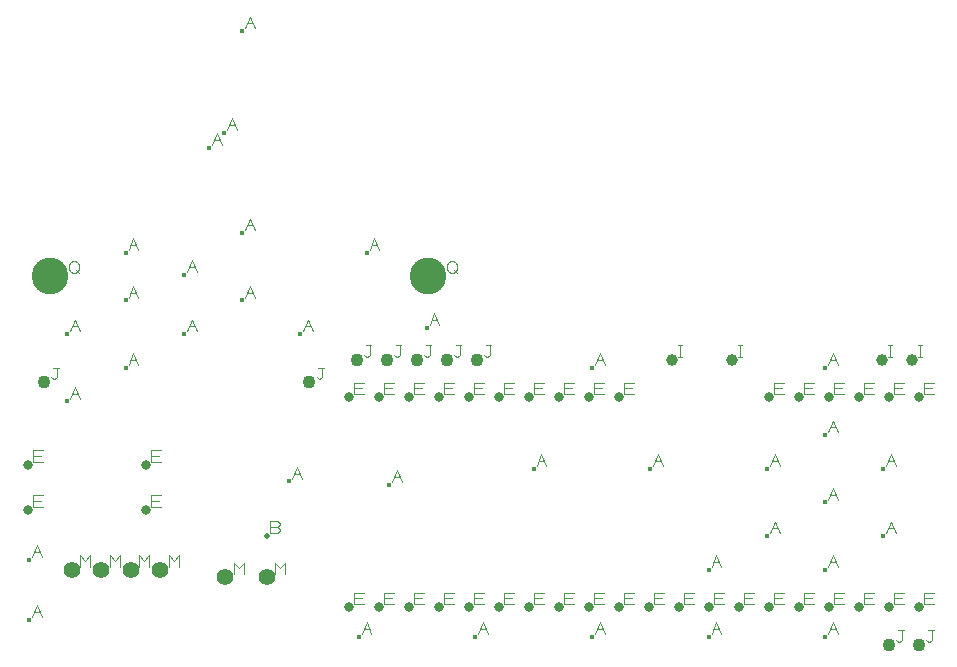
<source format=gbr>
G04 GENERATED BY PULSONIX 12.5 GERBER.DLL 9449*
G04 #@! TF.GenerationSoftware,Pulsonix,Pulsonix,12.5.9449*
G04 #@! TF.CreationDate,2024-10-09T20:32:21--1:00*
G04 #@! TF.Part,Single*
%FSLAX35Y35*%
%LPD*%
%MOMM*%
G04 #@! TF.FileFunction,Drillmap*
G04 #@! TF.FilePolarity,Positive*
G04 #@! TA.AperFunction,ViaPad*
%ADD111C,0.40000*%
G04 #@! TD.AperFunction*
%ADD112C,0.10000*%
G04 #@! TA.AperFunction,ViaPad*
%ADD113C,0.50000*%
G04 #@! TA.AperFunction,WasherPad*
%ADD114C,3.10000*%
G04 #@! TA.AperFunction,ComponentPad*
%ADD115C,1.40000*%
%ADD116C,1.00000*%
%ADD117C,0.80000*%
%ADD118C,1.10000*%
G04 #@! TD.AperFunction*
X0Y0D02*
D02*
D111*
X1148797Y2509545D03*
Y3017545D03*
X1471609Y4360295D03*
Y4930295D03*
X1965243Y4645295D03*
Y5215295D03*
Y5621045D03*
X2458877Y4930295D03*
Y5430545D03*
X2672797Y6510045D03*
X2799797Y6637045D03*
X2952511Y5215295D03*
Y5785295D03*
Y7495295D03*
X3349797Y3682670D03*
X3446145Y4930295D03*
X3939779Y2365295D03*
X4006297Y5621045D03*
X4196797Y3652545D03*
X4514297Y4986045D03*
X4927047Y2365295D03*
X5420681Y3790295D03*
X5914315Y2365295D03*
Y4645295D03*
X6407949Y3790295D03*
X6901583Y2365295D03*
Y2935295D03*
X7395217Y3220295D03*
Y3790295D03*
X7888851Y2365295D03*
Y2935295D03*
Y3505295D03*
Y4075295D03*
Y4645295D03*
X8382485Y3220295D03*
Y3790295D03*
D02*
D112*
X1173797Y2534251D02*
X1214973Y2633074D01*
X1256150Y2534251D01*
X1190268Y2575427D02*
X1239679Y2575427D01*
X1173797Y3042251D02*
X1214973Y3141074D01*
X1256150Y3042251D01*
X1190268Y3083427D02*
X1239679Y3083427D01*
X1180297Y3469251D02*
X1180297Y3568074D01*
X1262650D01*
X1246179Y3518663D02*
X1180297Y3518663D01*
Y3469251D02*
X1262650Y3469251D01*
X1180297Y3850251D02*
X1180297Y3949074D01*
X1262650D01*
X1246179Y3899663D02*
X1180297Y3899663D01*
Y3850251D02*
X1262650Y3850251D01*
X1332297Y4565221D02*
X1340532Y4556986D01*
X1357003Y4548751D01*
X1373473Y4556986D01*
X1381709Y4565221D01*
Y4647574D01*
X1398179D01*
X1381709D02*
X1348768Y4647574D01*
X1486797Y5480192D02*
X1486797Y5513133D01*
X1495032Y5529604D01*
X1503268Y5537839D01*
X1519738Y5546074D01*
X1536209D01*
X1552679Y5537839D01*
X1560915Y5529604D01*
X1569150Y5513133D01*
Y5480192D01*
X1560915Y5463721D01*
X1552679Y5455486D01*
X1536209Y5447251D01*
X1519738D01*
X1503268Y5455486D01*
X1495032Y5463721D01*
X1486797Y5480192D01*
X1544444Y5471957D02*
X1569150Y5447251D01*
X1496609Y4385001D02*
X1537785Y4483824D01*
X1578962Y4385001D01*
X1513080Y4426177D02*
X1562491Y4426177D01*
X1496609Y4955001D02*
X1537785Y5053824D01*
X1578962Y4955001D01*
X1513080Y4996177D02*
X1562491Y4996177D01*
X1583297Y2961251D02*
X1583297Y3060074D01*
X1624473Y3010663D01*
X1665650Y3060074D01*
Y2961251D01*
X1833297D02*
X1833297Y3060074D01*
X1874473Y3010663D01*
X1915650Y3060074D01*
Y2961251D01*
X1990243Y4670001D02*
X2031419Y4768824D01*
X2072596Y4670001D01*
X2006714Y4711177D02*
X2056125Y4711177D01*
X1990243Y5240001D02*
X2031419Y5338824D01*
X2072596Y5240001D01*
X2006714Y5281177D02*
X2056125Y5281177D01*
X1990243Y5645751D02*
X2031419Y5744574D01*
X2072596Y5645751D01*
X2006714Y5686927D02*
X2056125Y5686927D01*
X2083297Y2961251D02*
X2083297Y3060074D01*
X2124473Y3010663D01*
X2165650Y3060074D01*
Y2961251D01*
X2180297Y3469251D02*
X2180297Y3568074D01*
X2262650D01*
X2246179Y3518663D02*
X2180297Y3518663D01*
Y3469251D02*
X2262650Y3469251D01*
X2180297Y3850251D02*
X2180297Y3949074D01*
X2262650D01*
X2246179Y3899663D02*
X2180297Y3899663D01*
Y3850251D02*
X2262650Y3850251D01*
X2333297Y2961251D02*
X2333297Y3060074D01*
X2374473Y3010663D01*
X2415650Y3060074D01*
Y2961251D01*
X2483877Y4955001D02*
X2525053Y5053824D01*
X2566230Y4955001D01*
X2500348Y4996177D02*
X2549759Y4996177D01*
X2483877Y5455251D02*
X2525053Y5554074D01*
X2566230Y5455251D01*
X2500348Y5496427D02*
X2549759Y5496427D01*
X2697797Y6534751D02*
X2738973Y6633574D01*
X2780150Y6534751D01*
X2714268Y6575927D02*
X2763679Y6575927D01*
X2824797Y6661751D02*
X2865973Y6760574D01*
X2907150Y6661751D01*
X2841268Y6702927D02*
X2890679Y6702927D01*
X2884297Y2897751D02*
X2884297Y2996574D01*
X2925473Y2947163D01*
X2966650Y2996574D01*
Y2897751D01*
X2977511Y5240001D02*
X3018687Y5338824D01*
X3059864Y5240001D01*
X2993982Y5281177D02*
X3043393Y5281177D01*
X2977511Y5810001D02*
X3018687Y5908824D01*
X3059864Y5810001D01*
X2993982Y5851177D02*
X3043393Y5851177D01*
X2977511Y7520001D02*
X3018687Y7618824D01*
X3059864Y7520001D01*
X2993982Y7561177D02*
X3043393Y7561177D01*
X3246944Y3296413D02*
X3263415Y3288177D01*
X3271650Y3271707D01*
X3263415Y3255236D01*
X3246944Y3247001D01*
X3189297D01*
Y3345824D01*
X3246944D01*
X3263415Y3337589D01*
X3271650Y3321119D01*
X3263415Y3304648D01*
X3246944Y3296413D01*
X3189297D01*
X3234297Y2897751D02*
X3234297Y2996574D01*
X3275473Y2947163D01*
X3316650Y2996574D01*
Y2897751D01*
X3374797Y3707376D02*
X3415973Y3806199D01*
X3457150Y3707376D01*
X3391268Y3748552D02*
X3440679Y3748552D01*
X3471145Y4955001D02*
X3512321Y5053824D01*
X3553498Y4955001D01*
X3487616Y4996177D02*
X3537027Y4996177D01*
X3582297Y4565221D02*
X3590532Y4556986D01*
X3607003Y4548751D01*
X3623473Y4556986D01*
X3631709Y4565221D01*
Y4647574D01*
X3648179D01*
X3631709D02*
X3598768Y4647574D01*
X3902797Y2643751D02*
X3902797Y2742574D01*
X3985150D01*
X3968679Y2693163D02*
X3902797Y2693163D01*
Y2643751D02*
X3985150Y2643751D01*
X3902797Y4421751D02*
X3902797Y4520574D01*
X3985150D01*
X3968679Y4471163D02*
X3902797Y4471163D01*
Y4421751D02*
X3985150Y4421751D01*
X3964779Y2390001D02*
X4005955Y2488824D01*
X4047132Y2390001D01*
X3981250Y2431177D02*
X4030661Y2431177D01*
X3981297Y4755721D02*
X3989532Y4747486D01*
X4006003Y4739251D01*
X4022473Y4747486D01*
X4030709Y4755721D01*
Y4838074D01*
X4047179D01*
X4030709D02*
X3997768Y4838074D01*
X4031297Y5645751D02*
X4072473Y5744574D01*
X4113650Y5645751D01*
X4047768Y5686927D02*
X4097179Y5686927D01*
X4156797Y2643751D02*
X4156797Y2742574D01*
X4239150D01*
X4222679Y2693163D02*
X4156797Y2693163D01*
Y2643751D02*
X4239150Y2643751D01*
X4156797Y4421751D02*
X4156797Y4520574D01*
X4239150D01*
X4222679Y4471163D02*
X4156797Y4471163D01*
Y4421751D02*
X4239150Y4421751D01*
X4221797Y3677251D02*
X4262973Y3776074D01*
X4304150Y3677251D01*
X4238268Y3718427D02*
X4287679Y3718427D01*
X4235297Y4755721D02*
X4243532Y4747486D01*
X4260003Y4739251D01*
X4276473Y4747486D01*
X4284709Y4755721D01*
Y4838074D01*
X4301179D01*
X4284709D02*
X4251768Y4838074D01*
X4410797Y2643751D02*
X4410797Y2742574D01*
X4493150D01*
X4476679Y2693163D02*
X4410797Y2693163D01*
Y2643751D02*
X4493150Y2643751D01*
X4410797Y4421751D02*
X4410797Y4520574D01*
X4493150D01*
X4476679Y4471163D02*
X4410797Y4471163D01*
Y4421751D02*
X4493150Y4421751D01*
X4489297Y4755721D02*
X4497532Y4747486D01*
X4514003Y4739251D01*
X4530473Y4747486D01*
X4538709Y4755721D01*
Y4838074D01*
X4555179D01*
X4538709D02*
X4505768Y4838074D01*
X4539297Y5010751D02*
X4580473Y5109574D01*
X4621650Y5010751D01*
X4555768Y5051927D02*
X4605179Y5051927D01*
X4664797Y2643751D02*
X4664797Y2742574D01*
X4747150D01*
X4730679Y2693163D02*
X4664797Y2693163D01*
Y2643751D02*
X4747150Y2643751D01*
X4664797Y4421751D02*
X4664797Y4520574D01*
X4747150D01*
X4730679Y4471163D02*
X4664797Y4471163D01*
Y4421751D02*
X4747150Y4421751D01*
X4686797Y5480192D02*
X4686797Y5513133D01*
X4695032Y5529604D01*
X4703268Y5537839D01*
X4719738Y5546074D01*
X4736209D01*
X4752679Y5537839D01*
X4760915Y5529604D01*
X4769150Y5513133D01*
Y5480192D01*
X4760915Y5463721D01*
X4752679Y5455486D01*
X4736209Y5447251D01*
X4719738D01*
X4703268Y5455486D01*
X4695032Y5463721D01*
X4686797Y5480192D01*
X4744444Y5471957D02*
X4769150Y5447251D01*
X4743297Y4755721D02*
X4751532Y4747486D01*
X4768003Y4739251D01*
X4784473Y4747486D01*
X4792709Y4755721D01*
Y4838074D01*
X4809179D01*
X4792709D02*
X4759768Y4838074D01*
X4918797Y2643751D02*
X4918797Y2742574D01*
X5001150D01*
X4984679Y2693163D02*
X4918797Y2693163D01*
Y2643751D02*
X5001150Y2643751D01*
X4918797Y4421751D02*
X4918797Y4520574D01*
X5001150D01*
X4984679Y4471163D02*
X4918797Y4471163D01*
Y4421751D02*
X5001150Y4421751D01*
X4952047Y2390001D02*
X4993223Y2488824D01*
X5034400Y2390001D01*
X4968518Y2431177D02*
X5017929Y2431177D01*
X4997297Y4755721D02*
X5005532Y4747486D01*
X5022003Y4739251D01*
X5038473Y4747486D01*
X5046709Y4755721D01*
Y4838074D01*
X5063179D01*
X5046709D02*
X5013768Y4838074D01*
X5172797Y2643751D02*
X5172797Y2742574D01*
X5255150D01*
X5238679Y2693163D02*
X5172797Y2693163D01*
Y2643751D02*
X5255150Y2643751D01*
X5172797Y4421751D02*
X5172797Y4520574D01*
X5255150D01*
X5238679Y4471163D02*
X5172797Y4471163D01*
Y4421751D02*
X5255150Y4421751D01*
X5426797Y2643751D02*
X5426797Y2742574D01*
X5509150D01*
X5492679Y2693163D02*
X5426797Y2693163D01*
Y2643751D02*
X5509150Y2643751D01*
X5426797Y4421751D02*
X5426797Y4520574D01*
X5509150D01*
X5492679Y4471163D02*
X5426797Y4471163D01*
Y4421751D02*
X5509150Y4421751D01*
X5445681Y3815001D02*
X5486857Y3913824D01*
X5528034Y3815001D01*
X5462152Y3856177D02*
X5511563Y3856177D01*
X5680797Y2643751D02*
X5680797Y2742574D01*
X5763150D01*
X5746679Y2693163D02*
X5680797Y2693163D01*
Y2643751D02*
X5763150Y2643751D01*
X5680797Y4421751D02*
X5680797Y4520574D01*
X5763150D01*
X5746679Y4471163D02*
X5680797Y4471163D01*
Y4421751D02*
X5763150Y4421751D01*
X5934797Y2643751D02*
X5934797Y2742574D01*
X6017150D01*
X6000679Y2693163D02*
X5934797Y2693163D01*
Y2643751D02*
X6017150Y2643751D01*
X5934797Y4421751D02*
X5934797Y4520574D01*
X6017150D01*
X6000679Y4471163D02*
X5934797Y4471163D01*
Y4421751D02*
X6017150Y4421751D01*
X5939315Y2390001D02*
X5980491Y2488824D01*
X6021668Y2390001D01*
X5955786Y2431177D02*
X6005197Y2431177D01*
X5939315Y4670001D02*
X5980491Y4768824D01*
X6021668Y4670001D01*
X5955786Y4711177D02*
X6005197Y4711177D01*
X6188797Y2643751D02*
X6188797Y2742574D01*
X6271150D01*
X6254679Y2693163D02*
X6188797Y2693163D01*
Y2643751D02*
X6271150Y2643751D01*
X6188797Y4421751D02*
X6188797Y4520574D01*
X6271150D01*
X6254679Y4471163D02*
X6188797Y4471163D01*
Y4421751D02*
X6271150Y4421751D01*
X6432949Y3815001D02*
X6474125Y3913824D01*
X6515302Y3815001D01*
X6449420Y3856177D02*
X6498831Y3856177D01*
X6442797Y2643751D02*
X6442797Y2742574D01*
X6525150D01*
X6508679Y2693163D02*
X6442797Y2693163D01*
Y2643751D02*
X6525150Y2643751D01*
X6643297Y4739251D02*
X6676238Y4739251D01*
X6659768D02*
X6659768Y4838074D01*
X6643297D02*
X6676238Y4838074D01*
X6696797Y2643751D02*
X6696797Y2742574D01*
X6779150D01*
X6762679Y2693163D02*
X6696797Y2693163D01*
Y2643751D02*
X6779150Y2643751D01*
X6926583Y2390001D02*
X6967759Y2488824D01*
X7008936Y2390001D01*
X6943054Y2431177D02*
X6992465Y2431177D01*
X6926583Y2960001D02*
X6967759Y3058824D01*
X7008936Y2960001D01*
X6943054Y3001177D02*
X6992465Y3001177D01*
X6950797Y2643751D02*
X6950797Y2742574D01*
X7033150D01*
X7016679Y2693163D02*
X6950797Y2693163D01*
Y2643751D02*
X7033150Y2643751D01*
X7151297Y4739251D02*
X7184238Y4739251D01*
X7167768D02*
X7167768Y4838074D01*
X7151297D02*
X7184238Y4838074D01*
X7204797Y2643751D02*
X7204797Y2742574D01*
X7287150D01*
X7270679Y2693163D02*
X7204797Y2693163D01*
Y2643751D02*
X7287150Y2643751D01*
X7420217Y3245001D02*
X7461393Y3343824D01*
X7502570Y3245001D01*
X7436688Y3286177D02*
X7486099Y3286177D01*
X7420217Y3815001D02*
X7461393Y3913824D01*
X7502570Y3815001D01*
X7436688Y3856177D02*
X7486099Y3856177D01*
X7458797Y2643751D02*
X7458797Y2742574D01*
X7541150D01*
X7524679Y2693163D02*
X7458797Y2693163D01*
Y2643751D02*
X7541150Y2643751D01*
X7458797Y4421751D02*
X7458797Y4520574D01*
X7541150D01*
X7524679Y4471163D02*
X7458797Y4471163D01*
Y4421751D02*
X7541150Y4421751D01*
X7712797Y2643751D02*
X7712797Y2742574D01*
X7795150D01*
X7778679Y2693163D02*
X7712797Y2693163D01*
Y2643751D02*
X7795150Y2643751D01*
X7712797Y4421751D02*
X7712797Y4520574D01*
X7795150D01*
X7778679Y4471163D02*
X7712797Y4471163D01*
Y4421751D02*
X7795150Y4421751D01*
X7913851Y2390001D02*
X7955027Y2488824D01*
X7996204Y2390001D01*
X7930322Y2431177D02*
X7979733Y2431177D01*
X7913851Y2960001D02*
X7955027Y3058824D01*
X7996204Y2960001D01*
X7930322Y3001177D02*
X7979733Y3001177D01*
X7913851Y3530001D02*
X7955027Y3628824D01*
X7996204Y3530001D01*
X7930322Y3571177D02*
X7979733Y3571177D01*
X7913851Y4100001D02*
X7955027Y4198824D01*
X7996204Y4100001D01*
X7930322Y4141177D02*
X7979733Y4141177D01*
X7913851Y4670001D02*
X7955027Y4768824D01*
X7996204Y4670001D01*
X7930322Y4711177D02*
X7979733Y4711177D01*
X7966797Y2643751D02*
X7966797Y2742574D01*
X8049150D01*
X8032679Y2693163D02*
X7966797Y2693163D01*
Y2643751D02*
X8049150Y2643751D01*
X7966797Y4421751D02*
X7966797Y4520574D01*
X8049150D01*
X8032679Y4471163D02*
X7966797Y4471163D01*
Y4421751D02*
X8049150Y4421751D01*
X8220797Y2643751D02*
X8220797Y2742574D01*
X8303150D01*
X8286679Y2693163D02*
X8220797Y2693163D01*
Y2643751D02*
X8303150Y2643751D01*
X8220797Y4421751D02*
X8220797Y4520574D01*
X8303150D01*
X8286679Y4471163D02*
X8220797Y4471163D01*
Y4421751D02*
X8303150Y4421751D01*
X8407485Y3245001D02*
X8448661Y3343824D01*
X8489838Y3245001D01*
X8423956Y3286177D02*
X8473367Y3286177D01*
X8407485Y3815001D02*
X8448661Y3913824D01*
X8489838Y3815001D01*
X8423956Y3856177D02*
X8473367Y3856177D01*
X8421297Y4739251D02*
X8454238Y4739251D01*
X8437768D02*
X8437768Y4838074D01*
X8421297D02*
X8454238Y4838074D01*
X8474797Y2643751D02*
X8474797Y2742574D01*
X8557150D01*
X8540679Y2693163D02*
X8474797Y2693163D01*
Y2643751D02*
X8557150Y2643751D01*
X8474797Y4421751D02*
X8474797Y4520574D01*
X8557150D01*
X8540679Y4471163D02*
X8474797Y4471163D01*
Y4421751D02*
X8557150Y4421751D01*
X8489797Y2342721D02*
X8498032Y2334486D01*
X8514503Y2326251D01*
X8530973Y2334486D01*
X8539209Y2342721D01*
Y2425074D01*
X8555679D01*
X8539209D02*
X8506268Y2425074D01*
X8675297Y4739251D02*
X8708238Y4739251D01*
X8691768D02*
X8691768Y4838074D01*
X8675297D02*
X8708238Y4838074D01*
X8728797Y2643751D02*
X8728797Y2742574D01*
X8811150D01*
X8794679Y2693163D02*
X8728797Y2693163D01*
Y2643751D02*
X8811150Y2643751D01*
X8728797Y4421751D02*
X8728797Y4520574D01*
X8811150D01*
X8794679Y4471163D02*
X8728797Y4471163D01*
Y4421751D02*
X8811150Y4421751D01*
X8743797Y2342721D02*
X8752032Y2334486D01*
X8768503Y2326251D01*
X8784973Y2334486D01*
X8793209Y2342721D01*
Y2425074D01*
X8809679D01*
X8793209D02*
X8760268Y2425074D01*
D02*
D113*
X3159297Y3222295D03*
D02*
D114*
X1326797Y5422545D03*
X4526797D03*
D02*
D115*
X1508297Y2936545D03*
X1758297D03*
X2008297D03*
X2258297D03*
X2809297Y2873045D03*
X3159297D03*
D02*
D116*
X6588297Y4714545D03*
X7096297D03*
X8366297D03*
X8620297D03*
D02*
D117*
X1135297Y3444545D03*
Y3825545D03*
X2135297Y3444545D03*
Y3825545D03*
X3857797Y2619045D03*
Y4397045D03*
X4111797Y2619045D03*
Y4397045D03*
X4365797Y2619045D03*
Y4397045D03*
X4619797Y2619045D03*
Y4397045D03*
X4873797Y2619045D03*
Y4397045D03*
X5127797Y2619045D03*
Y4397045D03*
X5381797Y2619045D03*
Y4397045D03*
X5635797Y2619045D03*
Y4397045D03*
X5889797Y2619045D03*
Y4397045D03*
X6143797Y2619045D03*
Y4397045D03*
X6397797Y2619045D03*
X6651797D03*
X6905797D03*
X7159797D03*
X7413797D03*
Y4397045D03*
X7667797Y2619045D03*
Y4397045D03*
X7921797Y2619045D03*
Y4397045D03*
X8175797Y2619045D03*
Y4397045D03*
X8429797Y2619045D03*
Y4397045D03*
X8683797Y2619045D03*
Y4397045D03*
D02*
D118*
X1272297Y4524045D03*
X3522297D03*
X3921297Y4714545D03*
X4175297D03*
X4429297D03*
X4683297D03*
X4937297D03*
X8429797Y2301545D03*
X8683797D03*
X0Y0D02*
M02*

</source>
